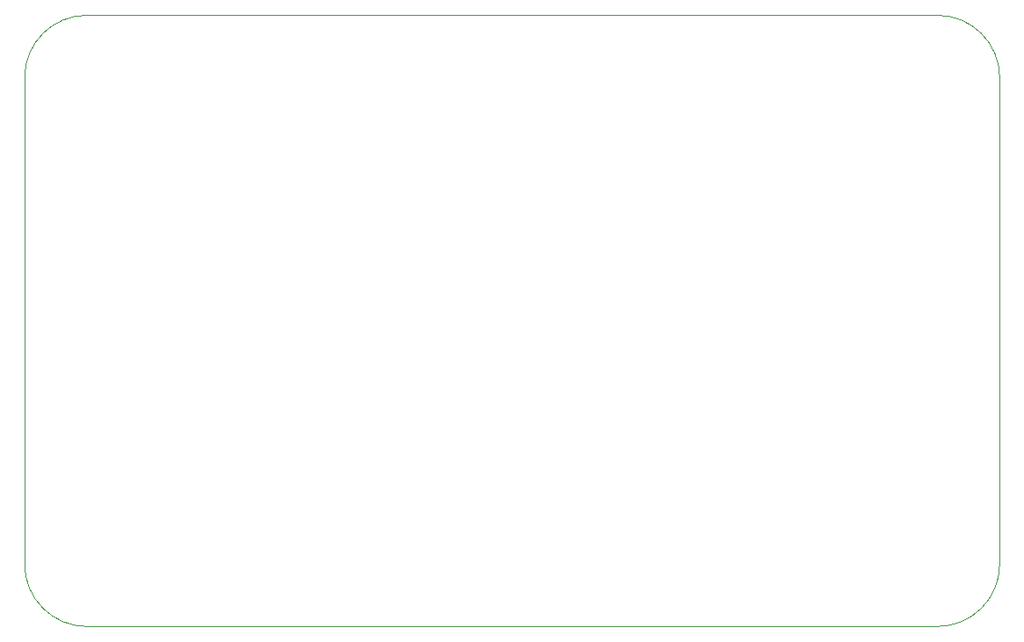
<source format=gbr>
%TF.GenerationSoftware,KiCad,Pcbnew,8.0.7-8.0.7-0~ubuntu22.04.1*%
%TF.CreationDate,2024-12-28T18:58:49+01:00*%
%TF.ProjectId,CrowBar,43726f77-4261-4722-9e6b-696361645f70,1.0A*%
%TF.SameCoordinates,Original*%
%TF.FileFunction,Profile,NP*%
%FSLAX46Y46*%
G04 Gerber Fmt 4.6, Leading zero omitted, Abs format (unit mm)*
G04 Created by KiCad (PCBNEW 8.0.7-8.0.7-0~ubuntu22.04.1) date 2024-12-28 18:58:49*
%MOMM*%
%LPD*%
G01*
G04 APERTURE LIST*
%TA.AperFunction,Profile*%
%ADD10C,0.050000*%
%TD*%
G04 APERTURE END LIST*
D10*
X104000000Y-75000000D02*
X186000000Y-75000000D01*
X98000000Y-22000000D02*
G75*
G02*
X104000000Y-16000000I6000000J0D01*
G01*
X192000000Y-69000000D02*
G75*
G02*
X186000000Y-75000000I-6000000J0D01*
G01*
X98000000Y-22000000D02*
X98000000Y-69000000D01*
X186000000Y-16000000D02*
G75*
G02*
X192000000Y-22000000I0J-6000000D01*
G01*
X192000000Y-69000000D02*
X192000000Y-22000000D01*
X186000000Y-16000000D02*
X104000000Y-16000000D01*
X104000000Y-75000000D02*
G75*
G02*
X98000000Y-69000000I0J6000000D01*
G01*
M02*

</source>
